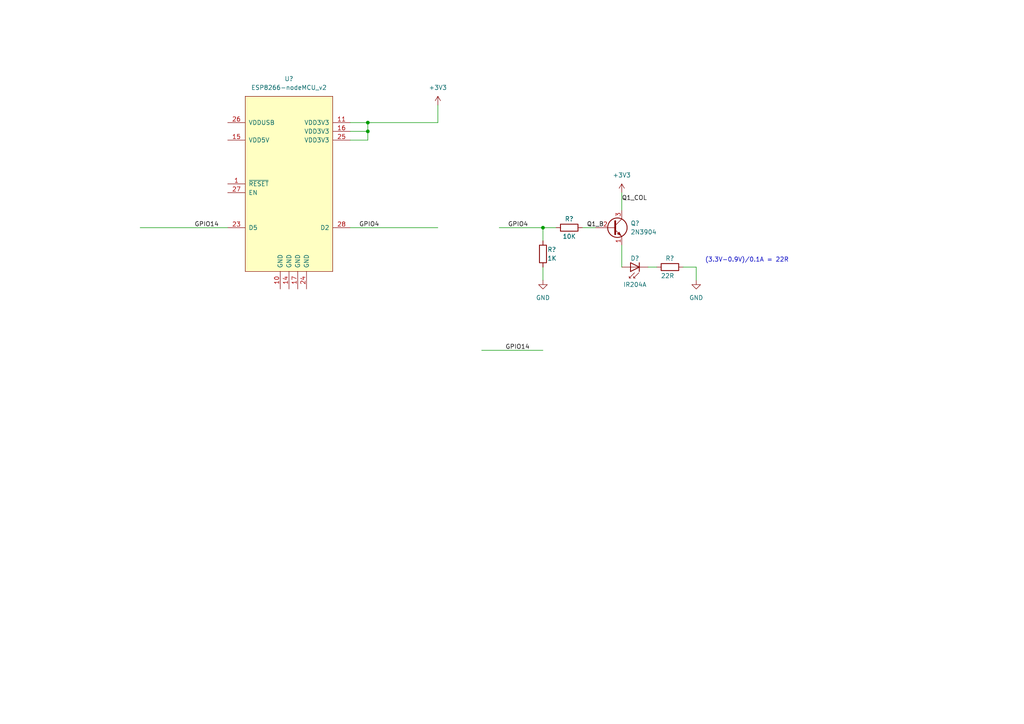
<source format=kicad_sch>
(kicad_sch (version 20211123) (generator eeschema)

  (uuid e63e39d7-6ac0-4ffd-8aa3-1841a4541b55)

  (paper "A4")

  (lib_symbols
    (symbol "Device:R" (pin_numbers hide) (pin_names (offset 0)) (in_bom yes) (on_board yes)
      (property "Reference" "R" (id 0) (at 2.032 0 90)
        (effects (font (size 1.27 1.27)))
      )
      (property "Value" "R" (id 1) (at 0 0 90)
        (effects (font (size 1.27 1.27)))
      )
      (property "Footprint" "" (id 2) (at -1.778 0 90)
        (effects (font (size 1.27 1.27)) hide)
      )
      (property "Datasheet" "~" (id 3) (at 0 0 0)
        (effects (font (size 1.27 1.27)) hide)
      )
      (property "ki_keywords" "R res resistor" (id 4) (at 0 0 0)
        (effects (font (size 1.27 1.27)) hide)
      )
      (property "ki_description" "Resistor" (id 5) (at 0 0 0)
        (effects (font (size 1.27 1.27)) hide)
      )
      (property "ki_fp_filters" "R_*" (id 6) (at 0 0 0)
        (effects (font (size 1.27 1.27)) hide)
      )
      (symbol "R_0_1"
        (rectangle (start -1.016 -2.54) (end 1.016 2.54)
          (stroke (width 0.254) (type default) (color 0 0 0 0))
          (fill (type none))
        )
      )
      (symbol "R_1_1"
        (pin passive line (at 0 3.81 270) (length 1.27)
          (name "~" (effects (font (size 1.27 1.27))))
          (number "1" (effects (font (size 1.27 1.27))))
        )
        (pin passive line (at 0 -3.81 90) (length 1.27)
          (name "~" (effects (font (size 1.27 1.27))))
          (number "2" (effects (font (size 1.27 1.27))))
        )
      )
    )
    (symbol "LED:IR204A" (pin_numbers hide) (pin_names (offset 1.016) hide) (in_bom yes) (on_board yes)
      (property "Reference" "D" (id 0) (at 0.508 1.778 0)
        (effects (font (size 1.27 1.27)) (justify left))
      )
      (property "Value" "IR204A" (id 1) (at -1.016 -2.794 0)
        (effects (font (size 1.27 1.27)))
      )
      (property "Footprint" "LED_THT:LED_D3.0mm_IRBlack" (id 2) (at 0 4.445 0)
        (effects (font (size 1.27 1.27)) hide)
      )
      (property "Datasheet" "http://www.everlight.com/file/ProductFile/IR204-A.pdf" (id 3) (at -1.27 0 0)
        (effects (font (size 1.27 1.27)) hide)
      )
      (property "ki_keywords" "opto IR LED" (id 4) (at 0 0 0)
        (effects (font (size 1.27 1.27)) hide)
      )
      (property "ki_description" "Infrared LED , 3mm LED package" (id 5) (at 0 0 0)
        (effects (font (size 1.27 1.27)) hide)
      )
      (property "ki_fp_filters" "LED*3.0mm*IRBlack*" (id 6) (at 0 0 0)
        (effects (font (size 1.27 1.27)) hide)
      )
      (symbol "IR204A_0_1"
        (polyline
          (pts
            (xy -2.54 1.27)
            (xy -2.54 -1.27)
          )
          (stroke (width 0.254) (type default) (color 0 0 0 0))
          (fill (type none))
        )
        (polyline
          (pts
            (xy 0 0)
            (xy -2.54 0)
          )
          (stroke (width 0) (type default) (color 0 0 0 0))
          (fill (type none))
        )
        (polyline
          (pts
            (xy 0.381 3.175)
            (xy -0.127 3.175)
          )
          (stroke (width 0) (type default) (color 0 0 0 0))
          (fill (type none))
        )
        (polyline
          (pts
            (xy -1.143 1.651)
            (xy 0.381 3.175)
            (xy 0.381 2.667)
          )
          (stroke (width 0) (type default) (color 0 0 0 0))
          (fill (type none))
        )
        (polyline
          (pts
            (xy 0 1.27)
            (xy -2.54 0)
            (xy 0 -1.27)
            (xy 0 1.27)
          )
          (stroke (width 0.254) (type default) (color 0 0 0 0))
          (fill (type none))
        )
        (polyline
          (pts
            (xy -2.413 1.651)
            (xy -0.889 3.175)
            (xy -0.889 2.667)
            (xy -0.889 3.175)
            (xy -1.397 3.175)
          )
          (stroke (width 0) (type default) (color 0 0 0 0))
          (fill (type none))
        )
      )
      (symbol "IR204A_1_1"
        (pin passive line (at -5.08 0 0) (length 2.54)
          (name "K" (effects (font (size 1.27 1.27))))
          (number "1" (effects (font (size 1.27 1.27))))
        )
        (pin passive line (at 2.54 0 180) (length 2.54)
          (name "A" (effects (font (size 1.27 1.27))))
          (number "2" (effects (font (size 1.27 1.27))))
        )
      )
    )
    (symbol "Transistor_BJT:2N3904" (pin_names (offset 0) hide) (in_bom yes) (on_board yes)
      (property "Reference" "Q" (id 0) (at 5.08 1.905 0)
        (effects (font (size 1.27 1.27)) (justify left))
      )
      (property "Value" "2N3904" (id 1) (at 5.08 0 0)
        (effects (font (size 1.27 1.27)) (justify left))
      )
      (property "Footprint" "Package_TO_SOT_THT:TO-92_Inline" (id 2) (at 5.08 -1.905 0)
        (effects (font (size 1.27 1.27) italic) (justify left) hide)
      )
      (property "Datasheet" "https://www.onsemi.com/pub/Collateral/2N3903-D.PDF" (id 3) (at 0 0 0)
        (effects (font (size 1.27 1.27)) (justify left) hide)
      )
      (property "ki_keywords" "NPN Transistor" (id 4) (at 0 0 0)
        (effects (font (size 1.27 1.27)) hide)
      )
      (property "ki_description" "0.2A Ic, 40V Vce, Small Signal NPN Transistor, TO-92" (id 5) (at 0 0 0)
        (effects (font (size 1.27 1.27)) hide)
      )
      (property "ki_fp_filters" "TO?92*" (id 6) (at 0 0 0)
        (effects (font (size 1.27 1.27)) hide)
      )
      (symbol "2N3904_0_1"
        (polyline
          (pts
            (xy 0.635 0.635)
            (xy 2.54 2.54)
          )
          (stroke (width 0) (type default) (color 0 0 0 0))
          (fill (type none))
        )
        (polyline
          (pts
            (xy 0.635 -0.635)
            (xy 2.54 -2.54)
            (xy 2.54 -2.54)
          )
          (stroke (width 0) (type default) (color 0 0 0 0))
          (fill (type none))
        )
        (polyline
          (pts
            (xy 0.635 1.905)
            (xy 0.635 -1.905)
            (xy 0.635 -1.905)
          )
          (stroke (width 0.508) (type default) (color 0 0 0 0))
          (fill (type none))
        )
        (polyline
          (pts
            (xy 1.27 -1.778)
            (xy 1.778 -1.27)
            (xy 2.286 -2.286)
            (xy 1.27 -1.778)
            (xy 1.27 -1.778)
          )
          (stroke (width 0) (type default) (color 0 0 0 0))
          (fill (type outline))
        )
        (circle (center 1.27 0) (radius 2.8194)
          (stroke (width 0.254) (type default) (color 0 0 0 0))
          (fill (type none))
        )
      )
      (symbol "2N3904_1_1"
        (pin passive line (at 2.54 -5.08 90) (length 2.54)
          (name "E" (effects (font (size 1.27 1.27))))
          (number "1" (effects (font (size 1.27 1.27))))
        )
        (pin passive line (at -5.08 0 0) (length 5.715)
          (name "B" (effects (font (size 1.27 1.27))))
          (number "2" (effects (font (size 1.27 1.27))))
        )
        (pin passive line (at 2.54 5.08 270) (length 2.54)
          (name "C" (effects (font (size 1.27 1.27))))
          (number "3" (effects (font (size 1.27 1.27))))
        )
      )
    )
    (symbol "power:+3V3" (power) (pin_names (offset 0)) (in_bom yes) (on_board yes)
      (property "Reference" "#PWR" (id 0) (at 0 -3.81 0)
        (effects (font (size 1.27 1.27)) hide)
      )
      (property "Value" "+3V3" (id 1) (at 0 3.556 0)
        (effects (font (size 1.27 1.27)))
      )
      (property "Footprint" "" (id 2) (at 0 0 0)
        (effects (font (size 1.27 1.27)) hide)
      )
      (property "Datasheet" "" (id 3) (at 0 0 0)
        (effects (font (size 1.27 1.27)) hide)
      )
      (property "ki_keywords" "power-flag" (id 4) (at 0 0 0)
        (effects (font (size 1.27 1.27)) hide)
      )
      (property "ki_description" "Power symbol creates a global label with name \"+3V3\"" (id 5) (at 0 0 0)
        (effects (font (size 1.27 1.27)) hide)
      )
      (symbol "+3V3_0_1"
        (polyline
          (pts
            (xy -0.762 1.27)
            (xy 0 2.54)
          )
          (stroke (width 0) (type default) (color 0 0 0 0))
          (fill (type none))
        )
        (polyline
          (pts
            (xy 0 0)
            (xy 0 2.54)
          )
          (stroke (width 0) (type default) (color 0 0 0 0))
          (fill (type none))
        )
        (polyline
          (pts
            (xy 0 2.54)
            (xy 0.762 1.27)
          )
          (stroke (width 0) (type default) (color 0 0 0 0))
          (fill (type none))
        )
      )
      (symbol "+3V3_1_1"
        (pin power_in line (at 0 0 90) (length 0) hide
          (name "+3V3" (effects (font (size 1.27 1.27))))
          (number "1" (effects (font (size 1.27 1.27))))
        )
      )
    )
    (symbol "power:GND" (power) (pin_names (offset 0)) (in_bom yes) (on_board yes)
      (property "Reference" "#PWR" (id 0) (at 0 -6.35 0)
        (effects (font (size 1.27 1.27)) hide)
      )
      (property "Value" "GND" (id 1) (at 0 -3.81 0)
        (effects (font (size 1.27 1.27)))
      )
      (property "Footprint" "" (id 2) (at 0 0 0)
        (effects (font (size 1.27 1.27)) hide)
      )
      (property "Datasheet" "" (id 3) (at 0 0 0)
        (effects (font (size 1.27 1.27)) hide)
      )
      (property "ki_keywords" "power-flag" (id 4) (at 0 0 0)
        (effects (font (size 1.27 1.27)) hide)
      )
      (property "ki_description" "Power symbol creates a global label with name \"GND\" , ground" (id 5) (at 0 0 0)
        (effects (font (size 1.27 1.27)) hide)
      )
      (symbol "GND_0_1"
        (polyline
          (pts
            (xy 0 0)
            (xy 0 -1.27)
            (xy 1.27 -1.27)
            (xy 0 -2.54)
            (xy -1.27 -1.27)
            (xy 0 -1.27)
          )
          (stroke (width 0) (type default) (color 0 0 0 0))
          (fill (type none))
        )
      )
      (symbol "GND_1_1"
        (pin power_in line (at 0 0 270) (length 0) hide
          (name "GND" (effects (font (size 1.27 1.27))))
          (number "1" (effects (font (size 1.27 1.27))))
        )
      )
    )
    (symbol "project_symbols:ESP8266-nodeMCU_v2" (pin_names (offset 0.9525)) (in_bom yes) (on_board yes)
      (property "Reference" "U" (id 0) (at -12.7 27.94 0)
        (effects (font (size 1.27 1.27)))
      )
      (property "Value" "ESP8266-nodeMCU_v2" (id 1) (at -2.54 25.4 0)
        (effects (font (size 1.27 1.27)))
      )
      (property "Footprint" "" (id 2) (at 0 -17.78 0)
        (effects (font (size 1.27 1.27)) hide)
      )
      (property "Datasheet" "" (id 3) (at 0 -17.78 0)
        (effects (font (size 1.27 1.27)) hide)
      )
      (symbol "ESP8266-nodeMCU_v2_0_1"
        (rectangle (start -12.7 22.86) (end 12.7 -27.94)
          (stroke (width 0) (type default) (color 0 0 0 0))
          (fill (type background))
        )
      )
      (symbol "ESP8266-nodeMCU_v2_1_1"
        (pin input line (at -17.78 -2.54 0) (length 5.08)
          (name "~{RESET}" (effects (font (size 1.27 1.27))))
          (number "1" (effects (font (size 1.27 1.27))))
        )
        (pin power_in line (at -2.54 -33.02 90) (length 5.08)
          (name "GND" (effects (font (size 1.27 1.27))))
          (number "10" (effects (font (size 1.27 1.27))))
        )
        (pin power_in line (at 17.78 15.24 180) (length 5.08)
          (name "VDD3V3" (effects (font (size 1.27 1.27))))
          (number "11" (effects (font (size 1.27 1.27))))
        )
        (pin power_in line (at 0 -33.02 90) (length 5.08)
          (name "GND" (effects (font (size 1.27 1.27))))
          (number "14" (effects (font (size 1.27 1.27))))
        )
        (pin power_in line (at -17.78 10.16 0) (length 5.08)
          (name "VDD5V" (effects (font (size 1.27 1.27))))
          (number "15" (effects (font (size 1.27 1.27))))
        )
        (pin power_in line (at 17.78 12.7 180) (length 5.08)
          (name "VDD3V3" (effects (font (size 1.27 1.27))))
          (number "16" (effects (font (size 1.27 1.27))))
        )
        (pin power_in line (at 2.54 -33.02 90) (length 5.08)
          (name "GND" (effects (font (size 1.27 1.27))))
          (number "17" (effects (font (size 1.27 1.27))))
        )
        (pin bidirectional line (at -17.78 -15.24 0) (length 5.08)
          (name "D5" (effects (font (size 1.27 1.27))))
          (number "23" (effects (font (size 1.27 1.27))))
        )
        (pin power_in line (at 5.08 -33.02 90) (length 5.08)
          (name "GND" (effects (font (size 1.27 1.27))))
          (number "24" (effects (font (size 1.27 1.27))))
        )
        (pin power_in line (at 17.78 10.16 180) (length 5.08)
          (name "VDD3V3" (effects (font (size 1.27 1.27))))
          (number "25" (effects (font (size 1.27 1.27))))
        )
        (pin power_in line (at -17.78 15.24 0) (length 5.08)
          (name "VDDUSB" (effects (font (size 1.27 1.27))))
          (number "26" (effects (font (size 1.27 1.27))))
        )
        (pin input line (at -17.78 -5.08 0) (length 5.08)
          (name "EN" (effects (font (size 1.27 1.27))))
          (number "27" (effects (font (size 1.27 1.27))))
        )
        (pin bidirectional line (at 17.78 -15.24 180) (length 5.08)
          (name "D2" (effects (font (size 1.27 1.27))))
          (number "28" (effects (font (size 1.27 1.27))))
        )
      )
    )
  )

  (junction (at 106.68 38.1) (diameter 0) (color 0 0 0 0)
    (uuid 41fb77f9-7dd5-4c86-a322-cb7a4acfc8af)
  )
  (junction (at 157.48 66.04) (diameter 0) (color 0 0 0 0)
    (uuid 6b60d06b-ca16-4ba2-b47f-48c64ed0a4dd)
  )
  (junction (at 106.68 35.56) (diameter 0) (color 0 0 0 0)
    (uuid c9737843-ea84-414e-b7ad-19681def0db3)
  )

  (wire (pts (xy 127 30.48) (xy 127 35.56))
    (stroke (width 0) (type default) (color 0 0 0 0))
    (uuid 0112fb37-1d17-455c-9cfa-f2d51f0043fa)
  )
  (wire (pts (xy 168.91 66.04) (xy 172.72 66.04))
    (stroke (width 0) (type default) (color 0 0 0 0))
    (uuid 1a1e47a9-954e-49d6-94ba-2dc1753b6ae8)
  )
  (wire (pts (xy 180.34 71.12) (xy 180.34 77.47))
    (stroke (width 0) (type default) (color 0 0 0 0))
    (uuid 236f9e95-1b22-42f6-a734-b1b609cf5ee6)
  )
  (wire (pts (xy 157.48 77.47) (xy 157.48 81.28))
    (stroke (width 0) (type default) (color 0 0 0 0))
    (uuid 3d9c1f4d-2197-44ec-8554-567fbd1799e9)
  )
  (wire (pts (xy 139.7 101.6) (xy 157.48 101.6))
    (stroke (width 0) (type default) (color 0 0 0 0))
    (uuid 42a16b7e-b0d5-45e0-b579-dfcc61a41278)
  )
  (wire (pts (xy 101.6 38.1) (xy 106.68 38.1))
    (stroke (width 0) (type default) (color 0 0 0 0))
    (uuid 4d066be5-58a2-48ca-bf46-5487a7e4348a)
  )
  (wire (pts (xy 201.93 77.47) (xy 201.93 81.28))
    (stroke (width 0) (type default) (color 0 0 0 0))
    (uuid 5d733656-6165-4bd0-8ced-03fbef35065b)
  )
  (wire (pts (xy 157.48 69.85) (xy 157.48 66.04))
    (stroke (width 0) (type default) (color 0 0 0 0))
    (uuid 639c716b-bc65-4bf5-831b-0283ba4cd225)
  )
  (wire (pts (xy 40.64 66.04) (xy 66.04 66.04))
    (stroke (width 0) (type default) (color 0 0 0 0))
    (uuid 64764464-c2cd-40f7-9237-bd0f8570f627)
  )
  (wire (pts (xy 101.6 40.64) (xy 106.68 40.64))
    (stroke (width 0) (type default) (color 0 0 0 0))
    (uuid 6606d0e8-ac80-422e-aa4d-41d982eaa8cd)
  )
  (wire (pts (xy 101.6 66.04) (xy 127 66.04))
    (stroke (width 0) (type default) (color 0 0 0 0))
    (uuid 8afc5b6c-d25b-4009-80ae-7c12a7ec2592)
  )
  (wire (pts (xy 198.12 77.47) (xy 201.93 77.47))
    (stroke (width 0) (type default) (color 0 0 0 0))
    (uuid 92944e64-29c7-4439-9703-457cbf39ef1e)
  )
  (wire (pts (xy 157.48 66.04) (xy 161.29 66.04))
    (stroke (width 0) (type default) (color 0 0 0 0))
    (uuid 9ef85b92-216a-49ce-87f3-ff29cbccc048)
  )
  (wire (pts (xy 144.78 66.04) (xy 157.48 66.04))
    (stroke (width 0) (type default) (color 0 0 0 0))
    (uuid a25e9992-f4e5-4b4e-a91a-0cc827b063f8)
  )
  (wire (pts (xy 180.34 55.88) (xy 180.34 60.96))
    (stroke (width 0) (type default) (color 0 0 0 0))
    (uuid c6d9c829-8d57-4fea-be4f-ee26f43504a1)
  )
  (wire (pts (xy 101.6 35.56) (xy 106.68 35.56))
    (stroke (width 0) (type default) (color 0 0 0 0))
    (uuid d98e933c-c289-49b2-a0a6-09c0bd18e615)
  )
  (wire (pts (xy 106.68 35.56) (xy 127 35.56))
    (stroke (width 0) (type default) (color 0 0 0 0))
    (uuid dc8d1992-e7dc-49c0-a25d-5f44a7d2b90a)
  )
  (wire (pts (xy 187.96 77.47) (xy 190.5 77.47))
    (stroke (width 0) (type default) (color 0 0 0 0))
    (uuid e0911e75-a4c1-446c-bf16-9b825b05bf8b)
  )
  (wire (pts (xy 106.68 38.1) (xy 106.68 35.56))
    (stroke (width 0) (type default) (color 0 0 0 0))
    (uuid e420d046-b35d-41d6-bfd8-aa2742185ded)
  )
  (wire (pts (xy 106.68 40.64) (xy 106.68 38.1))
    (stroke (width 0) (type default) (color 0 0 0 0))
    (uuid e92c0059-815c-45d5-9e60-53c9f5dfd039)
  )

  (text "(3.3V-0.9V)/0.1A = 22R" (at 204.47 76.2 0)
    (effects (font (size 1.27 1.27)) (justify left bottom))
    (uuid 2a1967f4-e03b-41c4-a662-c78acafe50bf)
  )

  (label "Q1_COL" (at 180.34 58.42 0)
    (effects (font (size 1.27 1.27)) (justify left bottom))
    (uuid 27446a15-9704-4ef0-aa6c-7a46955149d1)
  )
  (label "GPIO14" (at 153.67 101.6 180)
    (effects (font (size 1.27 1.27)) (justify right bottom))
    (uuid 5d56fe0b-f2e9-43eb-b9f1-16277af95cf2)
  )
  (label "Q1_B" (at 170.18 66.04 0)
    (effects (font (size 1.27 1.27)) (justify left bottom))
    (uuid 92a9ec8f-ddbe-4139-9ca8-be251a8ea13b)
  )
  (label "GPIO14" (at 63.5 66.04 180)
    (effects (font (size 1.27 1.27)) (justify right bottom))
    (uuid dd9b2c95-5897-49a6-b995-d24f4611e55d)
  )
  (label "GPIO4" (at 147.32 66.04 0)
    (effects (font (size 1.27 1.27)) (justify left bottom))
    (uuid f851377b-9759-4640-b6c4-ea95d5285272)
  )
  (label "GPIO4" (at 104.14 66.04 0)
    (effects (font (size 1.27 1.27)) (justify left bottom))
    (uuid ffac6444-a987-43a8-a85f-b53d9a032d8e)
  )

  (symbol (lib_id "Transistor_BJT:2N3904") (at 177.8 66.04 0) (unit 1)
    (in_bom yes) (on_board yes) (fields_autoplaced)
    (uuid 0a778f3d-2092-466e-a764-537718003149)
    (property "Reference" "Q?" (id 0) (at 182.88 64.7699 0)
      (effects (font (size 1.27 1.27)) (justify left))
    )
    (property "Value" "2N3904" (id 1) (at 182.88 67.3099 0)
      (effects (font (size 1.27 1.27)) (justify left))
    )
    (property "Footprint" "Package_TO_SOT_THT:TO-92_Inline" (id 2) (at 182.88 67.945 0)
      (effects (font (size 1.27 1.27) italic) (justify left) hide)
    )
    (property "Datasheet" "https://www.onsemi.com/pub/Collateral/2N3903-D.PDF" (id 3) (at 177.8 66.04 0)
      (effects (font (size 1.27 1.27)) (justify left) hide)
    )
    (pin "1" (uuid 4c24af55-2164-4909-93a9-48654c07d194))
    (pin "2" (uuid c1ff9fd2-a324-4c56-9a63-1f5c77284f0d))
    (pin "3" (uuid 75fc608c-ed18-4d61-a3ba-ab699fb0b0c6))
  )

  (symbol (lib_id "power:+3V3") (at 180.34 55.88 0) (unit 1)
    (in_bom yes) (on_board yes) (fields_autoplaced)
    (uuid 272c4889-c51b-4200-8113-7013d1f1df95)
    (property "Reference" "#PWR?" (id 0) (at 180.34 59.69 0)
      (effects (font (size 1.27 1.27)) hide)
    )
    (property "Value" "+3V3" (id 1) (at 180.34 50.8 0))
    (property "Footprint" "" (id 2) (at 180.34 55.88 0)
      (effects (font (size 1.27 1.27)) hide)
    )
    (property "Datasheet" "" (id 3) (at 180.34 55.88 0)
      (effects (font (size 1.27 1.27)) hide)
    )
    (pin "1" (uuid 8ec56ed2-68b9-4f4e-bf66-df851b20e281))
  )

  (symbol (lib_id "power:+3V3") (at 127 30.48 0) (unit 1)
    (in_bom yes) (on_board yes) (fields_autoplaced)
    (uuid 354ac106-aebe-496c-ba7e-f3129f630a6c)
    (property "Reference" "#PWR?" (id 0) (at 127 34.29 0)
      (effects (font (size 1.27 1.27)) hide)
    )
    (property "Value" "+3V3" (id 1) (at 127 25.4 0))
    (property "Footprint" "" (id 2) (at 127 30.48 0)
      (effects (font (size 1.27 1.27)) hide)
    )
    (property "Datasheet" "" (id 3) (at 127 30.48 0)
      (effects (font (size 1.27 1.27)) hide)
    )
    (pin "1" (uuid 021ad4c2-5a8f-49aa-947b-afa52c7010d3))
  )

  (symbol (lib_id "power:GND") (at 157.48 81.28 0) (unit 1)
    (in_bom yes) (on_board yes) (fields_autoplaced)
    (uuid 6aba383b-93c6-45d3-b2a4-ccfc3c8442ae)
    (property "Reference" "#PWR?" (id 0) (at 157.48 87.63 0)
      (effects (font (size 1.27 1.27)) hide)
    )
    (property "Value" "GND" (id 1) (at 157.48 86.36 0))
    (property "Footprint" "" (id 2) (at 157.48 81.28 0)
      (effects (font (size 1.27 1.27)) hide)
    )
    (property "Datasheet" "" (id 3) (at 157.48 81.28 0)
      (effects (font (size 1.27 1.27)) hide)
    )
    (pin "1" (uuid ab1643bf-20e0-4972-90fa-1ab6fa0f8395))
  )

  (symbol (lib_id "project_symbols:ESP8266-nodeMCU_v2") (at 83.82 50.8 0) (unit 1)
    (in_bom yes) (on_board yes) (fields_autoplaced)
    (uuid 96319003-f12d-48e4-aa37-a65eb5ba28e9)
    (property "Reference" "U?" (id 0) (at 83.82 22.86 0))
    (property "Value" "ESP8266-nodeMCU_v2" (id 1) (at 83.82 25.4 0))
    (property "Footprint" "" (id 2) (at 83.82 68.58 0)
      (effects (font (size 1.27 1.27)) hide)
    )
    (property "Datasheet" "" (id 3) (at 83.82 68.58 0)
      (effects (font (size 1.27 1.27)) hide)
    )
    (pin "1" (uuid 12f63ecd-89b1-4257-88d3-c29c9e4a401b))
    (pin "10" (uuid 37751198-0523-4bd7-b44b-d4735078ad4c))
    (pin "11" (uuid 29b5bc75-93ef-42ae-bc6a-d491c2589fdc))
    (pin "14" (uuid da039791-7b00-47a1-b510-a659df748d30))
    (pin "15" (uuid b2205868-ea15-4ad8-be8d-37b937090977))
    (pin "16" (uuid 60457701-6ae3-4461-8044-4b5acfa0e1d7))
    (pin "17" (uuid 784bef87-c95a-4e2d-a413-6f02a173a248))
    (pin "23" (uuid 079b3d58-ad79-49d7-b296-9ec730981ab4))
    (pin "24" (uuid fd1589b7-7eab-4c5f-a291-7f6c237de586))
    (pin "25" (uuid 99a1c07f-be41-47ab-9aea-9a3042068521))
    (pin "26" (uuid a5cfc0de-f415-4685-b728-c40efdcfd099))
    (pin "27" (uuid 91aa614a-91c5-4502-afa2-b63d93ab4afe))
    (pin "28" (uuid e446a5fe-292a-4fa4-b98f-d9daff77fdf0))
  )

  (symbol (lib_id "Device:R") (at 165.1 66.04 90) (unit 1)
    (in_bom yes) (on_board yes)
    (uuid a546a891-9b17-4995-887d-31474bfe656d)
    (property "Reference" "R?" (id 0) (at 165.1 63.5 90))
    (property "Value" "10K" (id 1) (at 165.1 68.58 90))
    (property "Footprint" "" (id 2) (at 165.1 67.818 90)
      (effects (font (size 1.27 1.27)) hide)
    )
    (property "Datasheet" "~" (id 3) (at 165.1 66.04 0)
      (effects (font (size 1.27 1.27)) hide)
    )
    (pin "1" (uuid 8e830f98-5504-4944-a07f-5a53ee7b4311))
    (pin "2" (uuid ae0dc66c-10b4-492c-a04e-9fb41062dadf))
  )

  (symbol (lib_id "LED:IR204A") (at 182.88 77.47 180) (unit 1)
    (in_bom yes) (on_board yes)
    (uuid ad7daa24-4542-4def-83cc-26d2af4ab192)
    (property "Reference" "D?" (id 0) (at 184.15 74.93 0))
    (property "Value" "IR204A" (id 1) (at 184.15 82.55 0))
    (property "Footprint" "LED_THT:LED_D3.0mm_IRBlack" (id 2) (at 182.88 81.915 0)
      (effects (font (size 1.27 1.27)) hide)
    )
    (property "Datasheet" "http://www.everlight.com/file/ProductFile/IR204-A.pdf" (id 3) (at 184.15 77.47 0)
      (effects (font (size 1.27 1.27)) hide)
    )
    (pin "1" (uuid 04e37690-f88d-4f1d-8395-a5c0c1e7846b))
    (pin "2" (uuid f80563a1-80c9-46c3-a00c-2bc9caa31900))
  )

  (symbol (lib_id "Device:R") (at 157.48 73.66 180) (unit 1)
    (in_bom yes) (on_board yes)
    (uuid de5494f0-c368-4c82-ba9b-9c8c60fcc7ab)
    (property "Reference" "R?" (id 0) (at 158.75 72.39 0)
      (effects (font (size 1.27 1.27)) (justify right))
    )
    (property "Value" "1K" (id 1) (at 158.75 74.93 0)
      (effects (font (size 1.27 1.27)) (justify right))
    )
    (property "Footprint" "" (id 2) (at 159.258 73.66 90)
      (effects (font (size 1.27 1.27)) hide)
    )
    (property "Datasheet" "~" (id 3) (at 157.48 73.66 0)
      (effects (font (size 1.27 1.27)) hide)
    )
    (pin "1" (uuid 3b6d0bcf-ee71-4109-b240-e501b0c91f11))
    (pin "2" (uuid 54416ccd-37e8-405b-a2da-dafdda84d7d5))
  )

  (symbol (lib_id "Device:R") (at 194.31 77.47 270) (unit 1)
    (in_bom yes) (on_board yes)
    (uuid f4950a0a-8b8e-4aea-87cf-f3a5fef98d8d)
    (property "Reference" "R?" (id 0) (at 195.58 74.93 90)
      (effects (font (size 1.27 1.27)) (justify right))
    )
    (property "Value" "22R" (id 1) (at 195.58 80.01 90)
      (effects (font (size 1.27 1.27)) (justify right))
    )
    (property "Footprint" "" (id 2) (at 194.31 75.692 90)
      (effects (font (size 1.27 1.27)) hide)
    )
    (property "Datasheet" "~" (id 3) (at 194.31 77.47 0)
      (effects (font (size 1.27 1.27)) hide)
    )
    (pin "1" (uuid 33bced17-9db2-4141-8691-5894bf034006))
    (pin "2" (uuid 8586a469-f6ef-4d74-8f4a-a76d46e52733))
  )

  (symbol (lib_id "power:GND") (at 201.93 81.28 0) (unit 1)
    (in_bom yes) (on_board yes) (fields_autoplaced)
    (uuid f7d2220a-a65e-4ce4-b94e-b00353289df2)
    (property "Reference" "#PWR?" (id 0) (at 201.93 87.63 0)
      (effects (font (size 1.27 1.27)) hide)
    )
    (property "Value" "GND" (id 1) (at 201.93 86.36 0))
    (property "Footprint" "" (id 2) (at 201.93 81.28 0)
      (effects (font (size 1.27 1.27)) hide)
    )
    (property "Datasheet" "" (id 3) (at 201.93 81.28 0)
      (effects (font (size 1.27 1.27)) hide)
    )
    (pin "1" (uuid 2c7b7cf5-08cb-4f96-aaab-ccacb650742e))
  )

  (sheet_instances
    (path "/" (page "1"))
  )

  (symbol_instances
    (path "/272c4889-c51b-4200-8113-7013d1f1df95"
      (reference "#PWR?") (unit 1) (value "+3V3") (footprint "")
    )
    (path "/354ac106-aebe-496c-ba7e-f3129f630a6c"
      (reference "#PWR?") (unit 1) (value "+3V3") (footprint "")
    )
    (path "/6aba383b-93c6-45d3-b2a4-ccfc3c8442ae"
      (reference "#PWR?") (unit 1) (value "GND") (footprint "")
    )
    (path "/f7d2220a-a65e-4ce4-b94e-b00353289df2"
      (reference "#PWR?") (unit 1) (value "GND") (footprint "")
    )
    (path "/ad7daa24-4542-4def-83cc-26d2af4ab192"
      (reference "D?") (unit 1) (value "IR204A") (footprint "LED_THT:LED_D3.0mm_IRBlack")
    )
    (path "/0a778f3d-2092-466e-a764-537718003149"
      (reference "Q?") (unit 1) (value "2N3904") (footprint "Package_TO_SOT_THT:TO-92_Inline")
    )
    (path "/a546a891-9b17-4995-887d-31474bfe656d"
      (reference "R?") (unit 1) (value "10K") (footprint "")
    )
    (path "/de5494f0-c368-4c82-ba9b-9c8c60fcc7ab"
      (reference "R?") (unit 1) (value "1K") (footprint "")
    )
    (path "/f4950a0a-8b8e-4aea-87cf-f3a5fef98d8d"
      (reference "R?") (unit 1) (value "22R") (footprint "")
    )
    (path "/96319003-f12d-48e4-aa37-a65eb5ba28e9"
      (reference "U?") (unit 1) (value "ESP8266-nodeMCU_v2") (footprint "")
    )
  )
)

</source>
